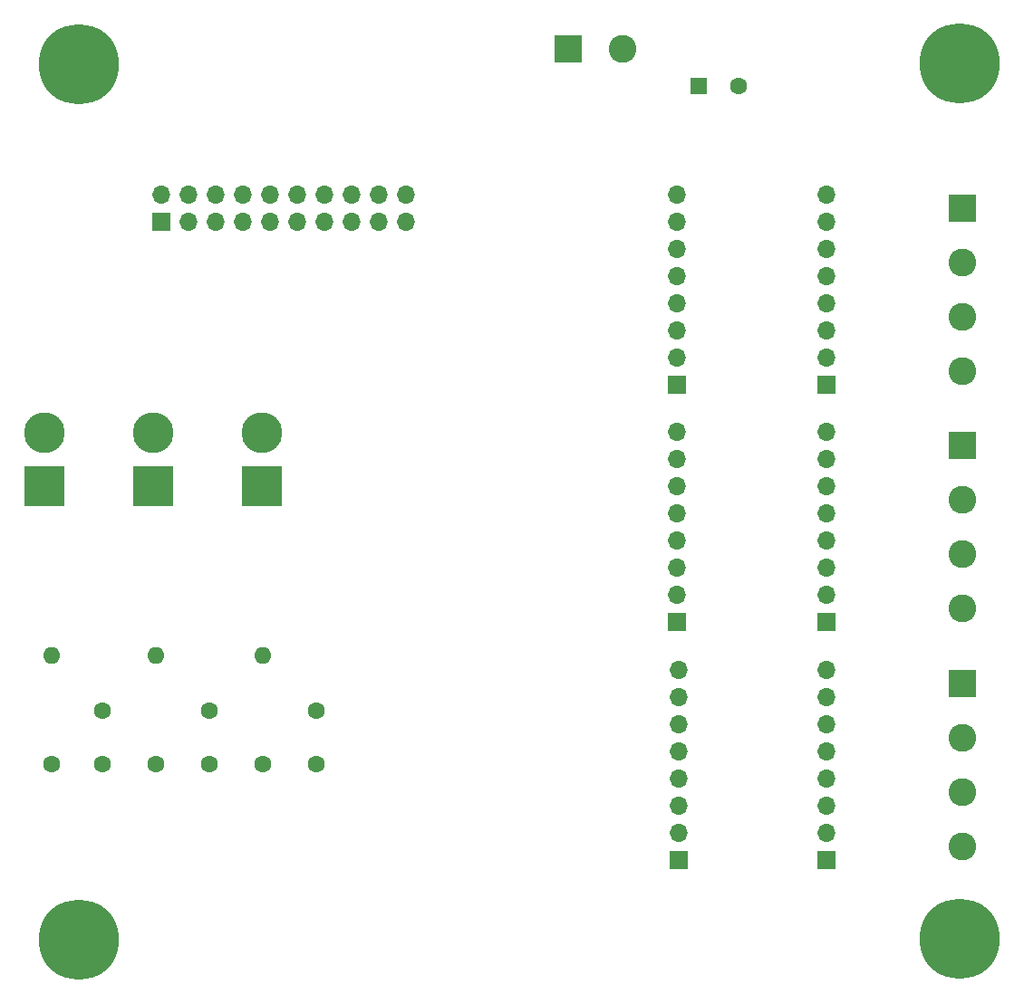
<source format=gbs>
%TF.GenerationSoftware,KiCad,Pcbnew,6.0.11+dfsg-1*%
%TF.CreationDate,2023-07-27T12:15:27+02:00*%
%TF.ProjectId,CartesianRobotElectricalDocs,43617274-6573-4696-916e-526f626f7445,rev?*%
%TF.SameCoordinates,Original*%
%TF.FileFunction,Soldermask,Bot*%
%TF.FilePolarity,Negative*%
%FSLAX46Y46*%
G04 Gerber Fmt 4.6, Leading zero omitted, Abs format (unit mm)*
G04 Created by KiCad (PCBNEW 6.0.11+dfsg-1) date 2023-07-27 12:15:27*
%MOMM*%
%LPD*%
G01*
G04 APERTURE LIST*
%ADD10R,1.700000X1.700000*%
%ADD11O,1.700000X1.700000*%
%ADD12C,7.500000*%
%ADD13C,1.600000*%
%ADD14O,1.600000X1.600000*%
%ADD15C,2.600000*%
%ADD16R,2.600000X2.600000*%
%ADD17R,1.600000X1.600000*%
%ADD18C,3.800000*%
%ADD19R,3.800000X3.800000*%
G04 APERTURE END LIST*
D10*
%TO.C,REF\u002A\u002A*%
X181610000Y-115555000D03*
D11*
X181610000Y-113015000D03*
X181610000Y-110475000D03*
X181610000Y-107935000D03*
X181610000Y-105395000D03*
X181610000Y-102855000D03*
X181610000Y-100315000D03*
X181610000Y-97775000D03*
%TD*%
D12*
%TO.C,REF\u002A\u002A*%
X111760000Y-41170000D03*
%TD*%
D13*
%TO.C,C6*%
X113985000Y-101640000D03*
X113985000Y-106640000D03*
%TD*%
D10*
%TO.C,A4988*%
X167640000Y-71100000D03*
D11*
X167640000Y-68560000D03*
X167640000Y-66020000D03*
X167640000Y-63480000D03*
X167640000Y-60940000D03*
X167640000Y-58400000D03*
X167640000Y-55860000D03*
X167640000Y-53320000D03*
%TD*%
D14*
%TO.C,R1*%
X109220000Y-96480000D03*
D13*
X109220000Y-106640000D03*
%TD*%
%TO.C,C4*%
X133985000Y-101640000D03*
X133985000Y-106640000D03*
%TD*%
D15*
%TO.C,M2*%
X194310000Y-92049600D03*
X194310000Y-86969600D03*
X194310000Y-81889600D03*
D16*
X194310000Y-76809600D03*
%TD*%
D14*
%TO.C,R3*%
X128985000Y-96480000D03*
D13*
X128985000Y-106640000D03*
%TD*%
D16*
%TO.C,REF\u002A\u002A*%
X157475000Y-39675000D03*
D15*
X162555000Y-39675000D03*
%TD*%
D17*
%TO.C,C1*%
X169647349Y-43180000D03*
D13*
X173447349Y-43180000D03*
%TD*%
D18*
%TO.C,SW 3*%
X128905000Y-75645000D03*
D19*
X128905000Y-80645000D03*
%TD*%
D12*
%TO.C,REF\u002A\u002A*%
X194032000Y-41086000D03*
%TD*%
D19*
%TO.C,SW 2*%
X118745000Y-80645000D03*
D18*
X118745000Y-75645000D03*
%TD*%
D11*
%TO.C,A4988*%
X167640000Y-75539600D03*
X167640000Y-78079600D03*
X167640000Y-80619600D03*
X167640000Y-83159600D03*
X167640000Y-85699600D03*
X167640000Y-88239600D03*
X167640000Y-90779600D03*
D10*
X167640000Y-93319600D03*
%TD*%
D14*
%TO.C,R2*%
X118985000Y-96480000D03*
D13*
X118985000Y-106640000D03*
%TD*%
D16*
%TO.C,M3*%
X194310000Y-54575000D03*
D15*
X194310000Y-59655000D03*
X194310000Y-64735000D03*
X194310000Y-69815000D03*
%TD*%
D10*
%TO.C,REF\u002A\u002A*%
X119500000Y-55845000D03*
D11*
X119500000Y-53305000D03*
X122040000Y-55845000D03*
X122040000Y-53305000D03*
X124580000Y-55845000D03*
X124580000Y-53305000D03*
X127120000Y-55845000D03*
X127120000Y-53305000D03*
X129660000Y-55845000D03*
X129660000Y-53305000D03*
X132200000Y-55845000D03*
X132200000Y-53305000D03*
X134740000Y-55845000D03*
X134740000Y-53305000D03*
X137280000Y-55845000D03*
X137280000Y-53305000D03*
X139820000Y-55845000D03*
X139820000Y-53305000D03*
X142360000Y-55845000D03*
X142360000Y-53305000D03*
%TD*%
D12*
%TO.C,REF\u002A\u002A*%
X194032000Y-122966699D03*
%TD*%
D10*
%TO.C,REF\u002A\u002A*%
X181610000Y-93319600D03*
D11*
X181610000Y-90779600D03*
X181610000Y-88239600D03*
X181610000Y-85699600D03*
X181610000Y-83159600D03*
X181610000Y-80619600D03*
X181610000Y-78079600D03*
X181610000Y-75539600D03*
%TD*%
D13*
%TO.C,C5*%
X123985000Y-101640000D03*
X123985000Y-106640000D03*
%TD*%
D12*
%TO.C,REF\u002A\u002A*%
X111760000Y-123050699D03*
%TD*%
D10*
%TO.C,A4988*%
X167792400Y-115570000D03*
D11*
X167792400Y-113030000D03*
X167792400Y-110490000D03*
X167792400Y-107950000D03*
X167792400Y-105410000D03*
X167792400Y-102870000D03*
X167792400Y-100330000D03*
X167792400Y-97790000D03*
%TD*%
D10*
%TO.C,REF\u002A\u002A*%
X181610000Y-71100000D03*
D11*
X181610000Y-68560000D03*
X181610000Y-66020000D03*
X181610000Y-63480000D03*
X181610000Y-60940000D03*
X181610000Y-58400000D03*
X181610000Y-55860000D03*
X181610000Y-53320000D03*
%TD*%
D16*
%TO.C,M1*%
X194310000Y-99060000D03*
D15*
X194310000Y-104140000D03*
X194310000Y-109220000D03*
X194310000Y-114300000D03*
%TD*%
D18*
%TO.C,SW 1*%
X108585000Y-75645000D03*
D19*
X108585000Y-80645000D03*
%TD*%
M02*

</source>
